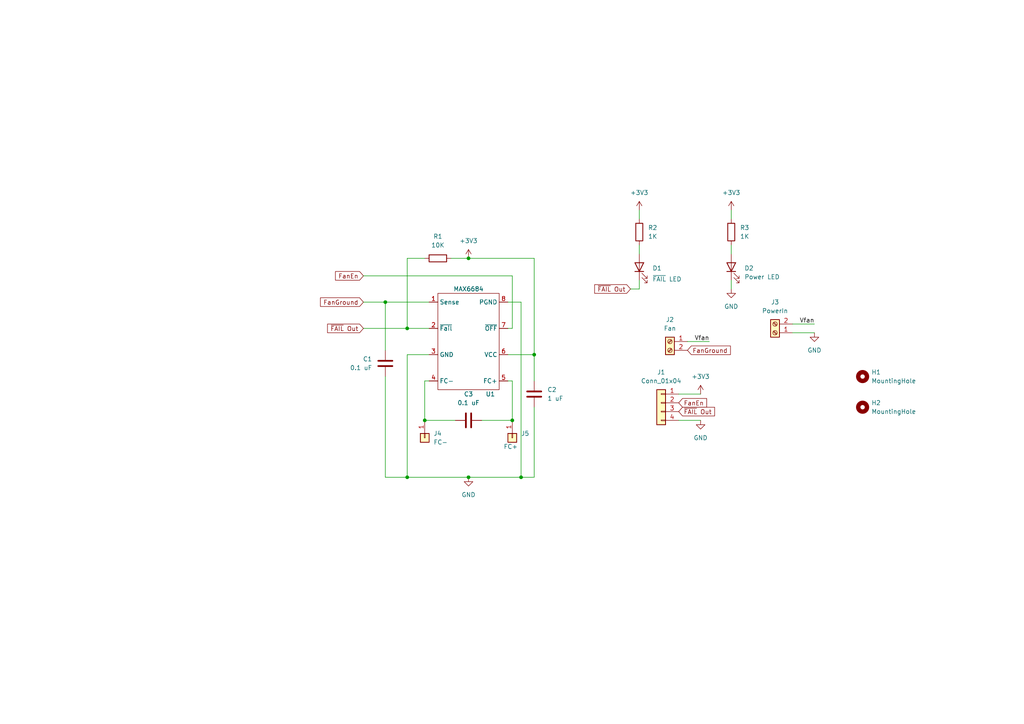
<source format=kicad_sch>
(kicad_sch (version 20211123) (generator eeschema)
  (paper "A4")
  (lib_symbols
    (symbol "Connector:Screw_Terminal_01x02" (pin_names (offset 1.016) hide)
      (property "Reference" "J" (at 0 2.54 0))
      (property "Value" "Screw_Terminal_01x02" (at 0 -5.08 0))
      (symbol "Screw_Terminal_01x02_1_1"
        (rectangle (start -1.27 1.27) (end 1.27 -3.81) (stroke (width 0.254)) (fill (type background)))
        (circle (center 0 -2.54) (radius 0.635) (stroke (width 0.1524)))
        (polyline (pts (xy -0.5334 -2.2098) (xy 0.3302 -3.048)) (stroke (width 0.1524)))
        (polyline (pts (xy -0.5334 0.3302) (xy 0.3302 -0.508)) (stroke (width 0.1524)))
        (polyline (pts (xy -0.3556 -2.032) (xy 0.508 -2.8702)) (stroke (width 0.1524)))
        (polyline (pts (xy -0.3556 0.508) (xy 0.508 -0.3302)) (stroke (width 0.1524)))
        (circle (center 0 0) (radius 0.635) (stroke (width 0.1524)))
        (pin passive line (at -5.08 0 0) (length 3.81) (name "Pin_1") (number "1"))
        (pin passive line (at -5.08 -2.54 0) (length 3.81) (name "Pin_2") (number "2"))
      )
    )
    (symbol "Connector_Generic:Conn_01x01" (pin_names (offset 1.016) hide)
      (property "Reference" "J" (at 0 2.54 0))
      (property "Value" "Conn_01x01" (at 0 -2.54 0))
      (symbol "Conn_01x01_1_1"
        (rectangle (start -1.27 0.127) (end 0 -0.127) (stroke (width 0.1524)))
        (rectangle (start -1.27 1.27) (end 1.27 -1.27) (stroke (width 0.254)) (fill (type background)))
        (pin passive line (at -5.08 0 0) (length 3.81) (name "Pin_1") (number "1"))
      )
    )
    (symbol "Connector_Generic:Conn_01x04" (pin_names (offset 1.016) hide)
      (property "Reference" "J" (at 0 5.08 0))
      (property "Value" "Conn_01x04" (at 0 -7.62 0))
      (symbol "Conn_01x04_1_1"
        (rectangle (start -1.27 -4.953) (end 0 -5.207) (stroke (width 0.1524)))
        (rectangle (start -1.27 -2.413) (end 0 -2.667) (stroke (width 0.1524)))
        (rectangle (start -1.27 0.127) (end 0 -0.127) (stroke (width 0.1524)))
        (rectangle (start -1.27 2.667) (end 0 2.413) (stroke (width 0.1524)))
        (rectangle (start -1.27 3.81) (end 1.27 -6.35) (stroke (width 0.254)) (fill (type background)))
        (pin passive line (at -5.08 2.54 0) (length 3.81) (name "Pin_1") (number "1"))
        (pin passive line (at -5.08 0 0) (length 3.81) (name "Pin_2") (number "2"))
        (pin passive line (at -5.08 -2.54 0) (length 3.81) (name "Pin_3") (number "3"))
        (pin passive line (at -5.08 -5.08 0) (length 3.81) (name "Pin_4") (number "4"))
      )
    )
    (symbol "Device:C" (pin_numbers hide) (pin_names (offset 0.254))
      (property "Reference" "C" (at 0.635 2.54 0))
      (property "Value" "C" (at 0.635 -2.54 0))
      (symbol "C_0_1"
        (polyline (pts (xy -2.032 -0.762) (xy 2.032 -0.762)) (stroke (width 0.508)))
        (polyline (pts (xy -2.032 0.762) (xy 2.032 0.762)) (stroke (width 0.508)))
      )
      (symbol "C_1_1"
        (pin passive line (at 0 3.81 270) (length 2.794) (name "~") (number "1"))
        (pin passive line (at 0 -3.81 90) (length 2.794) (name "~") (number "2"))
      )
    )
    (symbol "Device:LED" (pin_numbers hide) (pin_names (offset 1.016) hide)
      (property "Reference" "D" (at 0 2.54 0))
      (property "Value" "LED" (at 0 -2.54 0))
      (symbol "LED_0_1"
        (polyline (pts (xy -1.27 -1.27) (xy -1.27 1.27)) (stroke (width 0.254)))
        (polyline (pts (xy -1.27 0) (xy 1.27 0)))
        (polyline (pts (xy 1.27 -1.27) (xy 1.27 1.27) (xy -1.27 0) (xy 1.27 -1.27)) (stroke (width 0.254)))
        (polyline (pts (xy -3.048 -0.762) (xy -4.572 -2.286) (xy -3.81 -2.286) (xy -4.572 -2.286) (xy -4.572 -1.524)))
        (polyline (pts (xy -1.778 -0.762) (xy -3.302 -2.286) (xy -2.54 -2.286) (xy -3.302 -2.286) (xy -3.302 -1.524)))
      )
      (symbol "LED_1_1"
        (pin passive line (at -3.81 0 0) (length 2.54) (name "K") (number "1"))
        (pin passive line (at 3.81 0 180) (length 2.54) (name "A") (number "2"))
      )
    )
    (symbol "Device:R" (pin_numbers hide) (pin_names (offset 0))
      (property "Reference" "R" (at 2.032 0 90))
      (property "Value" "R" (at 0 0 90))
      (symbol "R_0_1"
        (rectangle (start -1.016 -2.54) (end 1.016 2.54) (stroke (width 0.254)))
      )
      (symbol "R_1_1"
        (pin passive line (at 0 3.81 270) (length 1.27) (name "~") (number "1"))
        (pin passive line (at 0 -3.81 90) (length 1.27) (name "~") (number "2"))
      )
    )
    (symbol "FanExpander:MAX6684"
      (property "Reference" "U" (at 6.35 -15.24 0))
      (property "Value" "MAX6684" (at 0 15.24 0))
      (symbol "MAX6684_0_1"
        (rectangle (start -8.89 13.97) (end 8.89 -13.97))
      )
      (symbol "MAX6684_1_1"
        (pin input line (at -11.43 11.43 0) (length 2.54) (name "Sense") (number "1"))
        (pin output line (at -11.43 3.81 0) (length 2.54) (name "~{Fail}") (number "2"))
        (pin output line (at -11.43 -3.81 0) (length 2.54) (name "GND") (number "3"))
        (pin bidirectional line (at -11.43 -11.43 0) (length 2.54) (name "FC-") (number "4"))
        (pin bidirectional line (at 11.43 -11.43 180) (length 2.54) (name "FC+") (number "5"))
        (pin input line (at 11.43 -3.81 180) (length 2.54) (name "VCC") (number "6"))
        (pin input line (at 11.43 3.81 180) (length 2.54) (name "~{OFF}") (number "7"))
        (pin output line (at 11.43 11.43 180) (length 2.54) (name "PGND") (number "8"))
      )
    )
    (symbol "Mechanical:MountingHole" (pin_names (offset 1.016))
      (property "Reference" "H" (at 0 5.08 0))
      (property "Value" "MountingHole" (at 0 3.175 0))
      (symbol "MountingHole_0_1"
        (circle (center 0 0) (radius 1.27) (stroke (width 1.27)))
      )
    )
    (symbol "power:+3V3" (power) (pin_names (offset 0))
      (property "Value" "+3V3" (at 0 3.556 0))
      (symbol "+3V3_0_1"
        (polyline (pts (xy -0.762 1.27) (xy 0 2.54)))
        (polyline (pts (xy 0 0) (xy 0 2.54)))
        (polyline (pts (xy 0 2.54) (xy 0.762 1.27)))
      )
      (symbol "+3V3_1_1"
        (pin power_in line (at 0 0 90) (length 0) hide (name "+3V3") (number "1"))
      )
    )
    (symbol "power:GND" (power) (pin_names (offset 0))
      (property "Value" "GND" (at 0 -3.81 0))
      (symbol "GND_0_1"
        (polyline (pts (xy 0 0) (xy 0 -1.27) (xy 1.27 -1.27) (xy 0 -2.54) (xy -1.27 -1.27) (xy 0 -1.27)))
      )
      (symbol "GND_1_1"
        (pin power_in line (at 0 0 270) (length 0) hide (name "GND") (number "1"))
      )
    )
  )
  (junction (at 118.11 138.43))
  (junction (at 151.13 138.43))
  (junction (at 135.89 138.43))
  (junction (at 118.11 95.25))
  (junction (at 123.19 121.92))
  (junction (at 148.59 121.92))
  (junction (at 111.76 87.63))
  (junction (at 135.89 74.93))
  (junction (at 154.94 102.87))
  (wire (pts (xy 124.46 87.63) (xy 111.76 87.63)))
  (wire (pts (xy 132.08 121.92) (xy 123.19 121.92)))
  (wire (pts (xy 111.76 138.43) (xy 118.11 138.43)))
  (wire (pts (xy 123.19 110.49) (xy 124.46 110.49)))
  (wire (pts (xy 111.76 109.22) (xy 111.76 138.43)))
  (wire (pts (xy 118.11 95.25) (xy 124.46 95.25)))
  (wire (pts (xy 154.94 74.93) (xy 154.94 102.87)))
  (wire (pts (xy 105.41 87.63) (xy 111.76 87.63)))
  (wire (pts (xy 199.39 99.06) (xy 205.74 99.06)))
  (wire (pts (xy 196.85 114.3) (xy 203.2 114.3)))
  (wire (pts (xy 151.13 87.63) (xy 147.32 87.63)))
  (wire (pts (xy 118.11 138.43) (xy 135.89 138.43)))
  (wire (pts (xy 118.11 102.87) (xy 118.11 138.43)))
  (wire (pts (xy 154.94 118.11) (xy 154.94 138.43)))
  (wire (pts (xy 196.85 121.92) (xy 203.2 121.92)))
  (wire (pts (xy 148.59 121.92) (xy 139.7 121.92)))
  (wire (pts (xy 229.87 96.52) (xy 236.22 96.52)))
  (wire (pts (xy 185.42 60.96) (xy 185.42 63.5)))
  (wire (pts (xy 147.32 102.87) (xy 154.94 102.87)))
  (wire (pts (xy 147.32 110.49) (xy 148.59 110.49)))
  (wire (pts (xy 151.13 138.43) (xy 151.13 87.63)))
  (wire (pts (xy 148.59 80.01) (xy 105.41 80.01)))
  (wire (pts (xy 212.09 71.12) (xy 212.09 73.66)))
  (wire (pts (xy 148.59 110.49) (xy 148.59 121.92)))
  (wire (pts (xy 130.81 74.93) (xy 135.89 74.93)))
  (wire (pts (xy 118.11 74.93) (xy 118.11 95.25)))
  (wire (pts (xy 154.94 102.87) (xy 154.94 110.49)))
  (wire (pts (xy 212.09 81.28) (xy 212.09 83.82)))
  (wire (pts (xy 111.76 87.63) (xy 111.76 101.6)))
  (wire (pts (xy 229.87 93.98) (xy 236.22 93.98)))
  (wire (pts (xy 135.89 74.93) (xy 154.94 74.93)))
  (wire (pts (xy 212.09 60.96) (xy 212.09 63.5)))
  (wire (pts (xy 105.41 95.25) (xy 118.11 95.25)))
  (wire (pts (xy 185.42 81.28) (xy 185.42 83.82)))
  (wire (pts (xy 182.88 83.82) (xy 185.42 83.82)))
  (wire (pts (xy 185.42 71.12) (xy 185.42 73.66)))
  (wire (pts (xy 123.19 121.92) (xy 123.19 110.49)))
  (wire (pts (xy 135.89 138.43) (xy 151.13 138.43)))
  (wire (pts (xy 147.32 95.25) (xy 148.59 95.25)))
  (wire (pts (xy 118.11 74.93) (xy 123.19 74.93)))
  (wire (pts (xy 148.59 95.25) (xy 148.59 80.01)))
  (wire (pts (xy 118.11 102.87) (xy 124.46 102.87)))
  (wire (pts (xy 151.13 138.43) (xy 154.94 138.43)))
  (label "Vfan" (at 205.74 99.06 180))
  (label "Vfan" (at 236.22 93.98 180))
  (global_label "FanEn" (shape input) (at 196.85 116.84 0) (property "Intersheet References" "${INTERSHEET_REFS}" (effects hide)))
  (global_label "~{FAIL} Out" (shape input) (at 105.41 95.25 180) (property "Intersheet References" "${INTERSHEET_REFS}" (effects hide)))
  (global_label "~{FAIL} Out" (shape input) (at 196.85 119.38 0) (property "Intersheet References" "${INTERSHEET_REFS}" (effects hide)))
  (global_label "~{FAIL} Out" (shape input) (at 182.88 83.82 180) (property "Intersheet References" "${INTERSHEET_REFS}" (effects hide)))
  (global_label "FanGround" (shape input) (at 199.39 101.6 0) (property "Intersheet References" "${INTERSHEET_REFS}" (effects hide)))
  (global_label "FanEn" (shape input) (at 105.41 80.01 180) (property "Intersheet References" "${INTERSHEET_REFS}" (effects hide)))
  (global_label "FanGround" (shape input) (at 105.41 87.63 180) (property "Intersheet References" "${INTERSHEET_REFS}" (effects hide)))
  (symbol (lib_id "Device:C") (at 154.94 114.3 0) (unit 1)
    (property "Reference" "C2" (at 158.75 113.0299 0) (effects (justify left)))
    (property "Value" "1 uF" (at 158.75 115.5699 0) (effects (justify left)))
    (property "Footprint" "Capacitor_SMD:C_0805_2012Metric" (effects hide))
  )
  (symbol (lib_id "power:+3V3") (at 185.42 60.96 0) (unit 1)
    (property "Reference" "#PWR0103" (effects hide))
    (property "Value" "+3V3" (at 185.42 55.88 0))
  )
  (symbol (lib_id "Device:C") (at 135.89 121.92 90) (unit 1)
    (property "Reference" "C3" (at 135.89 114.3 90))
    (property "Value" "0.1 uF" (at 135.89 116.84 90))
    (property "Footprint" "Capacitor_SMD:C_0805_2012Metric" (effects hide))
  )
  (symbol (lib_id "Mechanical:MountingHole") (at 250.19 118.11 0) (unit 1)
    (property "Reference" "H2" (at 252.73 116.8399 0) (effects (justify left)))
    (property "Value" "MountingHole" (at 252.73 119.3799 0) (effects (justify left)))
    (property "Footprint" "MountingHole:MountingHole_3.2mm_M3" (effects hide))
  )
  (symbol (lib_id "Device:C") (at 111.76 105.41 0) (mirror x) (unit 1)
    (property "Reference" "C1" (at 107.95 104.1399 0) (effects (justify right)))
    (property "Value" "0.1 uF" (at 107.95 106.6799 0) (effects (justify right)))
    (property "Footprint" "Capacitor_SMD:C_0805_2012Metric" (effects hide))
  )
  (symbol (lib_id "Device:LED") (at 185.42 77.47 90) (unit 1)
    (property "Reference" "D1" (at 189.23 77.7874 90) (effects (justify right)))
    (property "Value" "~{FAIL} LED" (at 189.23 80.9624 90) (effects (justify right)))
    (property "Footprint" "LED_SMD:LED_0805_2012Metric" (effects hide))
  )
  (symbol (lib_id "Connector:Screw_Terminal_01x02") (at 194.31 99.06 0) (mirror y) (unit 1)
    (property "Reference" "J2" (at 194.31 92.71 0))
    (property "Value" "Fan" (at 194.31 95.25 0))
    (property "Footprint" "TerminalBlock_Phoenix:TerminalBlock_Phoenix_MKDS-1,5-2-5.08_1x02_P5.08mm_Horizontal" (effects hide))
  )
  (symbol (lib_id "Device:R") (at 127 74.93 90) (unit 1)
    (property "Reference" "R1" (at 127 68.58 90))
    (property "Value" "10K" (at 127 71.12 90))
    (property "Footprint" "Resistor_SMD:R_0805_2012Metric" (effects hide))
  )
  (symbol (lib_id "Connector_Generic:Conn_01x01") (at 148.59 127 270) (unit 1)
    (property "Reference" "J5" (at 151.13 125.7299 90) (effects (justify left)))
    (property "Value" "FC+" (at 146.05 129.54 90) (effects (justify left)))
    (property "Footprint" "Connector_PinHeader_2.54mm:PinHeader_1x01_P2.54mm_Vertical" (effects hide))
  )
  (symbol (lib_id "power:GND") (at 212.09 83.82 0) (unit 1)
    (property "Reference" "#PWR0108" (effects hide))
    (property "Value" "GND" (at 212.09 88.9 0))
  )
  (symbol (lib_id "power:GND") (at 236.22 96.52 0) (unit 1)
    (property "Reference" "#PWR0104" (effects hide))
    (property "Value" "GND" (at 236.22 101.6 0))
  )
  (symbol (lib_id "Connector:Screw_Terminal_01x02") (at 224.79 96.52 180) (unit 1)
    (property "Reference" "J3" (at 224.79 87.63 0))
    (property "Value" "PowerIn" (at 224.79 90.17 0))
    (property "Footprint" "TerminalBlock_Phoenix:TerminalBlock_Phoenix_MKDS-1,5-2-5.08_1x02_P5.08mm_Horizontal" (effects hide))
  )
  (symbol (lib_id "Connector_Generic:Conn_01x04") (at 191.77 116.84 0) (mirror y) (unit 1)
    (property "Reference" "J1" (at 191.77 107.95 0))
    (property "Value" "Conn_01x04" (at 191.77 110.49 0))
    (property "Footprint" "Connector_JST:JST_XH_B4B-XH-A_1x04_P2.50mm_Vertical" (effects hide))
  )
  (symbol (lib_id "Device:LED") (at 212.09 77.47 90) (unit 1)
    (property "Reference" "D2" (at 215.9 77.7874 90) (effects (justify right)))
    (property "Value" "Power LED" (at 215.9 80.3274 90) (effects (justify right)))
    (property "Footprint" "LED_SMD:LED_0805_2012Metric" (effects hide))
  )
  (symbol (lib_id "Mechanical:MountingHole") (at 250.19 109.22 0) (unit 1)
    (property "Reference" "H1" (at 252.73 107.9499 0) (effects (justify left)))
    (property "Value" "MountingHole" (at 252.73 110.4899 0) (effects (justify left)))
    (property "Footprint" "MountingHole:MountingHole_3.2mm_M3" (effects hide))
  )
  (symbol (lib_id "FanExpander:MAX6684") (at 135.89 99.06 0) (unit 1)
    (property "Reference" "U1" (at 142.24 114.3 0))
    (property "Value" "MAX6684" (at 135.89 83.82 0))
    (property "Footprint" "Package_SO:SO-8_3.9x4.9mm_P1.27mm" (effects hide))
  )
  (symbol (lib_id "Device:R") (at 212.09 67.31 0) (unit 1)
    (property "Reference" "R3" (at 214.63 66.0399 0) (effects (justify left)))
    (property "Value" "1K" (at 214.63 68.5799 0) (effects (justify left)))
    (property "Footprint" "Resistor_SMD:R_0805_2012Metric" (effects hide))
  )
  (symbol (lib_id "Connector_Generic:Conn_01x01") (at 123.19 127 270) (unit 1)
    (property "Reference" "J4" (at 125.73 125.7299 90) (effects (justify left)))
    (property "Value" "FC-" (at 125.73 128.2699 90) (effects (justify left)))
    (property "Footprint" "Connector_PinHeader_2.54mm:PinHeader_1x01_P2.54mm_Vertical" (effects hide))
  )
  (symbol (lib_id "power:+3V3") (at 212.09 60.96 0) (unit 1)
    (property "Reference" "#PWR0107" (effects hide))
    (property "Value" "+3V3" (at 212.09 55.88 0))
  )
  (symbol (lib_id "Device:R") (at 185.42 67.31 0) (unit 1)
    (property "Reference" "R2" (at 187.96 66.0399 0) (effects (justify left)))
    (property "Value" "1K" (at 187.96 68.5799 0) (effects (justify left)))
    (property "Footprint" "Resistor_SMD:R_0805_2012Metric" (effects hide))
  )
  (symbol (lib_id "power:+3V3") (at 203.2 114.3 0) (unit 1)
    (property "Reference" "#PWR0106" (effects hide))
    (property "Value" "+3V3" (at 203.2 109.22 0))
  )
  (symbol (lib_id "power:GND") (at 135.89 138.43 0) (unit 1)
    (property "Reference" "#PWR0101" (effects hide))
    (property "Value" "GND" (at 135.89 143.51 0))
  )
  (symbol (lib_id "power:GND") (at 203.2 121.92 0) (unit 1)
    (property "Reference" "#PWR0105" (effects hide))
    (property "Value" "GND" (at 203.2 127 0))
  )
  (symbol (lib_id "power:+3V3") (at 135.89 74.93 0) (unit 1)
    (property "Reference" "#PWR0102" (effects hide))
    (property "Value" "+3V3" (at 135.89 69.85 0))
  )
)
</source>
